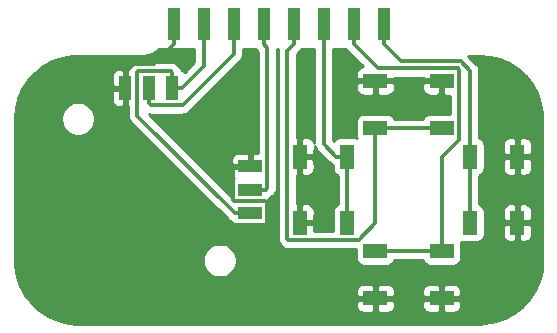
<source format=gtl>
G04 #@! TF.GenerationSoftware,KiCad,Pcbnew,(5.1.5-0-10_14)*
G04 #@! TF.CreationDate,2020-08-30T09:08:57+09:00*
G04 #@! TF.ProjectId,BreadboardController,42726561-6462-46f6-9172-64436f6e7472,2.0*
G04 #@! TF.SameCoordinates,Original*
G04 #@! TF.FileFunction,Copper,L1,Top*
G04 #@! TF.FilePolarity,Positive*
%FSLAX46Y46*%
G04 Gerber Fmt 4.6, Leading zero omitted, Abs format (unit mm)*
G04 Created by KiCad (PCBNEW (5.1.5-0-10_14)) date 2020-08-30 09:08:57*
%MOMM*%
%LPD*%
G04 APERTURE LIST*
%ADD10R,1.200000X2.000000*%
%ADD11R,2.000000X1.200000*%
%ADD12R,1.000000X2.799999*%
%ADD13R,2.000000X1.000000*%
%ADD14R,1.000000X2.000000*%
%ADD15C,0.609600*%
%ADD16C,0.304800*%
%ADD17C,0.254000*%
G04 APERTURE END LIST*
D10*
X160200000Y-92800000D03*
X156200000Y-92800000D03*
X160200000Y-87200000D03*
X156200000Y-87200000D03*
D11*
X148200000Y-99200000D03*
X148200000Y-95200000D03*
X153800000Y-99200000D03*
X153800000Y-95200000D03*
D10*
X141800000Y-87200000D03*
X145800000Y-87200000D03*
X141800000Y-92800000D03*
X145800000Y-92800000D03*
D11*
X153800000Y-80800000D03*
X153800000Y-84800000D03*
X148200000Y-80800000D03*
X148200000Y-84800000D03*
D12*
X146350000Y-76000000D03*
X143810000Y-76000000D03*
X141270000Y-76000000D03*
X138730000Y-76000000D03*
X136190000Y-76000000D03*
X133650000Y-76000000D03*
X131110000Y-76000000D03*
X148890000Y-76000000D03*
D13*
X137600000Y-88000000D03*
X137600000Y-90000000D03*
X137600000Y-92000000D03*
D14*
X127000000Y-81400000D03*
X129000000Y-81400000D03*
X131000000Y-81400000D03*
D15*
X129000000Y-90000000D03*
X143800000Y-90000000D03*
X151000000Y-82800000D03*
X158200000Y-90000000D03*
X151000000Y-97200000D03*
D16*
X141800000Y-88504800D02*
X141800000Y-92800000D01*
X141800000Y-87200000D02*
X141800000Y-88504800D01*
X152495200Y-80800000D02*
X148200000Y-80800000D01*
X153800000Y-80800000D02*
X152495200Y-80800000D01*
X148200000Y-99200000D02*
X153800000Y-99200000D01*
X160200000Y-87200000D02*
X160200000Y-92800000D01*
X129481609Y-79333190D02*
X127762010Y-79333190D01*
X127000000Y-80095200D02*
X127000000Y-81400000D01*
X127762010Y-79333190D02*
X127000000Y-80095200D01*
X131110000Y-77704799D02*
X129481609Y-79333190D01*
X131110000Y-76000000D02*
X131110000Y-77704799D01*
X127000000Y-88000000D02*
X129000000Y-90000000D01*
X127000000Y-81400000D02*
X127000000Y-88000000D01*
X142704800Y-87200000D02*
X141800000Y-87200000D01*
X143800000Y-88295200D02*
X142704800Y-87200000D01*
X143800000Y-90000000D02*
X143800000Y-88295200D01*
X153800000Y-81704800D02*
X153800000Y-80800000D01*
X152704800Y-82800000D02*
X153800000Y-81704800D01*
X151000000Y-82800000D02*
X152704800Y-82800000D01*
X158200000Y-91704800D02*
X159295200Y-92800000D01*
X159295200Y-92800000D02*
X160200000Y-92800000D01*
X158200000Y-90000000D02*
X158200000Y-91704800D01*
X148200000Y-98295200D02*
X148200000Y-99200000D01*
X149295200Y-97200000D02*
X148200000Y-98295200D01*
X151000000Y-97200000D02*
X149295200Y-97200000D01*
X136142799Y-88152401D02*
X136295200Y-88000000D01*
X136142799Y-90865761D02*
X136142799Y-88152401D01*
X136295200Y-88000000D02*
X137600000Y-88000000D01*
X138880163Y-90957201D02*
X136234239Y-90957201D01*
X136234239Y-90957201D02*
X136142799Y-90865761D01*
X139057201Y-92865761D02*
X139057201Y-91134239D01*
X138965761Y-92957201D02*
X139057201Y-92865761D01*
X131957201Y-92957201D02*
X138965761Y-92957201D01*
X139057201Y-91134239D02*
X138880163Y-90957201D01*
X129000000Y-90000000D02*
X131957201Y-92957201D01*
X156200000Y-88504800D02*
X156200000Y-92800000D01*
X156200000Y-87200000D02*
X156200000Y-88504800D01*
X156200000Y-85895200D02*
X156200000Y-87200000D01*
X156200000Y-79914920D02*
X156200000Y-85895200D01*
X150318390Y-79133189D02*
X155418270Y-79133190D01*
X155418270Y-79133190D02*
X156200000Y-79914920D01*
X148890000Y-77704799D02*
X150318390Y-79133189D01*
X148890000Y-76000000D02*
X148890000Y-77704799D01*
X129000000Y-82704800D02*
X129000000Y-81400000D01*
X129152401Y-82857201D02*
X129000000Y-82704800D01*
X136190000Y-78532962D02*
X131865761Y-82857201D01*
X131865761Y-82857201D02*
X129152401Y-82857201D01*
X136190000Y-76000000D02*
X136190000Y-78532962D01*
X138904800Y-90000000D02*
X137600000Y-90000000D01*
X139057201Y-78032000D02*
X139057201Y-89847599D01*
X138730000Y-77704799D02*
X139057201Y-78032000D01*
X139057201Y-89847599D02*
X138904800Y-90000000D01*
X138730000Y-76000000D02*
X138730000Y-77704799D01*
X152495200Y-84800000D02*
X148200000Y-84800000D01*
X153800000Y-84800000D02*
X152495200Y-84800000D01*
X148200000Y-85704800D02*
X148200000Y-84800000D01*
X148200000Y-92822962D02*
X148200000Y-85704800D01*
X146765761Y-94257201D02*
X148200000Y-92822962D01*
X140742799Y-78232000D02*
X140742799Y-94165761D01*
X140742799Y-94165761D02*
X140834239Y-94257201D01*
X141270000Y-77704799D02*
X140742799Y-78232000D01*
X140834239Y-94257201D02*
X146765761Y-94257201D01*
X141270000Y-76000000D02*
X141270000Y-77704799D01*
X145800000Y-88504800D02*
X145800000Y-92800000D01*
X145800000Y-87200000D02*
X145800000Y-88504800D01*
X144895200Y-87200000D02*
X145800000Y-87200000D01*
X143810000Y-86114800D02*
X144895200Y-87200000D01*
X143810000Y-76000000D02*
X143810000Y-86114800D01*
X148200000Y-95200000D02*
X153800000Y-95200000D01*
X153800000Y-94295200D02*
X153800000Y-95200000D01*
X155257201Y-85765761D02*
X153800000Y-87222962D01*
X155257201Y-79834239D02*
X155257201Y-85765761D01*
X155165761Y-79742799D02*
X155257201Y-79834239D01*
X148388000Y-79742799D02*
X155165761Y-79742799D01*
X146350000Y-77704799D02*
X148388000Y-79742799D01*
X153800000Y-87222962D02*
X153800000Y-94295200D01*
X146350000Y-76000000D02*
X146350000Y-77704799D01*
X131804800Y-81400000D02*
X131000000Y-81400000D01*
X133650000Y-79554800D02*
X131804800Y-81400000D01*
X133650000Y-76000000D02*
X133650000Y-79554800D01*
X131000000Y-80095200D02*
X131000000Y-81400000D01*
X130847599Y-79942799D02*
X131000000Y-80095200D01*
X128134239Y-79942799D02*
X130847599Y-79942799D01*
X128042799Y-80034239D02*
X128134239Y-79942799D01*
X128042799Y-83747599D02*
X128042799Y-80034239D01*
X136295200Y-92000000D02*
X128042799Y-83747599D01*
X137600000Y-92000000D02*
X136295200Y-92000000D01*
D17*
G36*
X132862601Y-79228648D02*
G01*
X132035834Y-80055416D01*
X132030537Y-80045506D01*
X131951185Y-79948815D01*
X131854494Y-79869463D01*
X131744180Y-79810498D01*
X131735685Y-79807921D01*
X131730982Y-79792417D01*
X131657866Y-79655628D01*
X131559469Y-79535731D01*
X131529428Y-79511077D01*
X131431726Y-79413375D01*
X131407068Y-79383330D01*
X131287171Y-79284933D01*
X131150382Y-79211817D01*
X131001956Y-79166793D01*
X130886272Y-79155399D01*
X130886262Y-79155399D01*
X130847599Y-79151591D01*
X130808936Y-79155399D01*
X128172904Y-79155399D01*
X128134239Y-79151591D01*
X128095574Y-79155399D01*
X128095566Y-79155399D01*
X127979882Y-79166793D01*
X127831456Y-79211817D01*
X127694667Y-79284933D01*
X127574770Y-79383330D01*
X127550114Y-79413373D01*
X127513370Y-79450118D01*
X127483331Y-79474770D01*
X127458678Y-79504810D01*
X127384934Y-79594667D01*
X127311817Y-79731457D01*
X127301712Y-79764771D01*
X127285750Y-79765000D01*
X127127000Y-79923750D01*
X127127000Y-81273000D01*
X127147000Y-81273000D01*
X127147000Y-81527000D01*
X127127000Y-81527000D01*
X127127000Y-82876250D01*
X127255399Y-83004649D01*
X127255399Y-83708936D01*
X127251591Y-83747599D01*
X127255399Y-83786262D01*
X127255399Y-83786271D01*
X127266793Y-83901955D01*
X127311817Y-84050381D01*
X127384933Y-84187170D01*
X127483330Y-84307068D01*
X127513377Y-84331727D01*
X135711081Y-92529433D01*
X135735731Y-92559469D01*
X135765767Y-92584119D01*
X135765769Y-92584121D01*
X135829255Y-92636222D01*
X135855628Y-92657866D01*
X135992417Y-92730982D01*
X136007921Y-92735685D01*
X136010498Y-92744180D01*
X136069463Y-92854494D01*
X136148815Y-92951185D01*
X136245506Y-93030537D01*
X136355820Y-93089502D01*
X136475518Y-93125812D01*
X136600000Y-93138072D01*
X138600000Y-93138072D01*
X138724482Y-93125812D01*
X138844180Y-93089502D01*
X138954494Y-93030537D01*
X139051185Y-92951185D01*
X139130537Y-92854494D01*
X139189502Y-92744180D01*
X139225812Y-92624482D01*
X139238072Y-92500000D01*
X139238072Y-91500000D01*
X139225812Y-91375518D01*
X139189502Y-91255820D01*
X139130537Y-91145506D01*
X139051185Y-91048815D01*
X138991704Y-91000000D01*
X139051185Y-90951185D01*
X139130537Y-90854494D01*
X139189502Y-90744180D01*
X139192079Y-90735685D01*
X139207583Y-90730982D01*
X139344372Y-90657866D01*
X139464269Y-90559469D01*
X139488927Y-90529424D01*
X139586627Y-90431723D01*
X139616670Y-90407068D01*
X139715067Y-90287171D01*
X139788183Y-90150382D01*
X139833207Y-90001956D01*
X139844601Y-89886272D01*
X139844601Y-89886264D01*
X139848409Y-89847599D01*
X139844601Y-89808934D01*
X139844601Y-78127000D01*
X139961932Y-78127000D01*
X139955399Y-78193328D01*
X139955399Y-78193337D01*
X139951591Y-78232000D01*
X139955399Y-78270663D01*
X139955400Y-94127088D01*
X139951591Y-94165761D01*
X139966794Y-94320118D01*
X140011817Y-94468543D01*
X140051153Y-94542134D01*
X140084934Y-94605333D01*
X140183331Y-94725230D01*
X140213370Y-94749882D01*
X140250114Y-94786627D01*
X140274770Y-94816670D01*
X140394667Y-94915067D01*
X140531456Y-94988183D01*
X140679882Y-95033207D01*
X140795566Y-95044601D01*
X140795574Y-95044601D01*
X140834239Y-95048409D01*
X140872904Y-95044601D01*
X146561928Y-95044601D01*
X146561928Y-95800000D01*
X146574188Y-95924482D01*
X146610498Y-96044180D01*
X146669463Y-96154494D01*
X146748815Y-96251185D01*
X146845506Y-96330537D01*
X146955820Y-96389502D01*
X147075518Y-96425812D01*
X147200000Y-96438072D01*
X149200000Y-96438072D01*
X149324482Y-96425812D01*
X149444180Y-96389502D01*
X149554494Y-96330537D01*
X149651185Y-96251185D01*
X149730537Y-96154494D01*
X149789502Y-96044180D01*
X149806726Y-95987400D01*
X152193274Y-95987400D01*
X152210498Y-96044180D01*
X152269463Y-96154494D01*
X152348815Y-96251185D01*
X152445506Y-96330537D01*
X152555820Y-96389502D01*
X152675518Y-96425812D01*
X152800000Y-96438072D01*
X154800000Y-96438072D01*
X154924482Y-96425812D01*
X155044180Y-96389502D01*
X155154494Y-96330537D01*
X155251185Y-96251185D01*
X155330537Y-96154494D01*
X155389502Y-96044180D01*
X155425812Y-95924482D01*
X155438072Y-95800000D01*
X155438072Y-94600000D01*
X155425812Y-94475518D01*
X155404168Y-94404168D01*
X155475518Y-94425812D01*
X155600000Y-94438072D01*
X156800000Y-94438072D01*
X156924482Y-94425812D01*
X157044180Y-94389502D01*
X157154494Y-94330537D01*
X157251185Y-94251185D01*
X157330537Y-94154494D01*
X157389502Y-94044180D01*
X157425812Y-93924482D01*
X157438072Y-93800000D01*
X158961928Y-93800000D01*
X158974188Y-93924482D01*
X159010498Y-94044180D01*
X159069463Y-94154494D01*
X159148815Y-94251185D01*
X159245506Y-94330537D01*
X159355820Y-94389502D01*
X159475518Y-94425812D01*
X159600000Y-94438072D01*
X159914250Y-94435000D01*
X160073000Y-94276250D01*
X160073000Y-92927000D01*
X160327000Y-92927000D01*
X160327000Y-94276250D01*
X160485750Y-94435000D01*
X160800000Y-94438072D01*
X160924482Y-94425812D01*
X161044180Y-94389502D01*
X161154494Y-94330537D01*
X161251185Y-94251185D01*
X161330537Y-94154494D01*
X161389502Y-94044180D01*
X161425812Y-93924482D01*
X161438072Y-93800000D01*
X161435000Y-93085750D01*
X161276250Y-92927000D01*
X160327000Y-92927000D01*
X160073000Y-92927000D01*
X159123750Y-92927000D01*
X158965000Y-93085750D01*
X158961928Y-93800000D01*
X157438072Y-93800000D01*
X157438072Y-91800000D01*
X158961928Y-91800000D01*
X158965000Y-92514250D01*
X159123750Y-92673000D01*
X160073000Y-92673000D01*
X160073000Y-91323750D01*
X160327000Y-91323750D01*
X160327000Y-92673000D01*
X161276250Y-92673000D01*
X161435000Y-92514250D01*
X161438072Y-91800000D01*
X161425812Y-91675518D01*
X161389502Y-91555820D01*
X161330537Y-91445506D01*
X161251185Y-91348815D01*
X161154494Y-91269463D01*
X161044180Y-91210498D01*
X160924482Y-91174188D01*
X160800000Y-91161928D01*
X160485750Y-91165000D01*
X160327000Y-91323750D01*
X160073000Y-91323750D01*
X159914250Y-91165000D01*
X159600000Y-91161928D01*
X159475518Y-91174188D01*
X159355820Y-91210498D01*
X159245506Y-91269463D01*
X159148815Y-91348815D01*
X159069463Y-91445506D01*
X159010498Y-91555820D01*
X158974188Y-91675518D01*
X158961928Y-91800000D01*
X157438072Y-91800000D01*
X157425812Y-91675518D01*
X157389502Y-91555820D01*
X157330537Y-91445506D01*
X157251185Y-91348815D01*
X157154494Y-91269463D01*
X157044180Y-91210498D01*
X156987400Y-91193274D01*
X156987400Y-88806726D01*
X157044180Y-88789502D01*
X157154494Y-88730537D01*
X157251185Y-88651185D01*
X157330537Y-88554494D01*
X157389502Y-88444180D01*
X157425812Y-88324482D01*
X157438072Y-88200000D01*
X158961928Y-88200000D01*
X158974188Y-88324482D01*
X159010498Y-88444180D01*
X159069463Y-88554494D01*
X159148815Y-88651185D01*
X159245506Y-88730537D01*
X159355820Y-88789502D01*
X159475518Y-88825812D01*
X159600000Y-88838072D01*
X159914250Y-88835000D01*
X160073000Y-88676250D01*
X160073000Y-87327000D01*
X160327000Y-87327000D01*
X160327000Y-88676250D01*
X160485750Y-88835000D01*
X160800000Y-88838072D01*
X160924482Y-88825812D01*
X161044180Y-88789502D01*
X161154494Y-88730537D01*
X161251185Y-88651185D01*
X161330537Y-88554494D01*
X161389502Y-88444180D01*
X161425812Y-88324482D01*
X161438072Y-88200000D01*
X161435000Y-87485750D01*
X161276250Y-87327000D01*
X160327000Y-87327000D01*
X160073000Y-87327000D01*
X159123750Y-87327000D01*
X158965000Y-87485750D01*
X158961928Y-88200000D01*
X157438072Y-88200000D01*
X157438072Y-86200000D01*
X158961928Y-86200000D01*
X158965000Y-86914250D01*
X159123750Y-87073000D01*
X160073000Y-87073000D01*
X160073000Y-85723750D01*
X160327000Y-85723750D01*
X160327000Y-87073000D01*
X161276250Y-87073000D01*
X161435000Y-86914250D01*
X161438072Y-86200000D01*
X161425812Y-86075518D01*
X161389502Y-85955820D01*
X161330537Y-85845506D01*
X161251185Y-85748815D01*
X161154494Y-85669463D01*
X161044180Y-85610498D01*
X160924482Y-85574188D01*
X160800000Y-85561928D01*
X160485750Y-85565000D01*
X160327000Y-85723750D01*
X160073000Y-85723750D01*
X159914250Y-85565000D01*
X159600000Y-85561928D01*
X159475518Y-85574188D01*
X159355820Y-85610498D01*
X159245506Y-85669463D01*
X159148815Y-85748815D01*
X159069463Y-85845506D01*
X159010498Y-85955820D01*
X158974188Y-86075518D01*
X158961928Y-86200000D01*
X157438072Y-86200000D01*
X157425812Y-86075518D01*
X157389502Y-85955820D01*
X157330537Y-85845506D01*
X157251185Y-85748815D01*
X157154494Y-85669463D01*
X157044180Y-85610498D01*
X156987400Y-85593274D01*
X156987400Y-79953582D01*
X156991208Y-79914919D01*
X156987400Y-79876256D01*
X156987400Y-79876247D01*
X156976006Y-79760563D01*
X156930982Y-79612137D01*
X156857866Y-79475348D01*
X156812323Y-79419854D01*
X156784121Y-79385489D01*
X156784119Y-79385487D01*
X156759469Y-79355451D01*
X156729434Y-79330802D01*
X156058630Y-78660000D01*
X156972911Y-78660000D01*
X157871797Y-78733902D01*
X158720182Y-78947001D01*
X159522371Y-79295803D01*
X160256818Y-79770938D01*
X160903798Y-80359646D01*
X161445946Y-81046125D01*
X161868692Y-81811928D01*
X162160684Y-82636491D01*
X162316116Y-83509076D01*
X162340000Y-84015547D01*
X162340001Y-95972899D01*
X162266098Y-96871802D01*
X162052999Y-97720180D01*
X161704197Y-98522371D01*
X161229062Y-99256818D01*
X160640354Y-99903799D01*
X159953875Y-100445946D01*
X159188076Y-100868691D01*
X158363514Y-101160683D01*
X157490925Y-101316116D01*
X156984453Y-101340000D01*
X123027089Y-101340000D01*
X122128198Y-101266098D01*
X121279820Y-101052999D01*
X120477629Y-100704197D01*
X119743182Y-100229062D01*
X119271650Y-99800000D01*
X146561928Y-99800000D01*
X146574188Y-99924482D01*
X146610498Y-100044180D01*
X146669463Y-100154494D01*
X146748815Y-100251185D01*
X146845506Y-100330537D01*
X146955820Y-100389502D01*
X147075518Y-100425812D01*
X147200000Y-100438072D01*
X147914250Y-100435000D01*
X148073000Y-100276250D01*
X148073000Y-99327000D01*
X148327000Y-99327000D01*
X148327000Y-100276250D01*
X148485750Y-100435000D01*
X149200000Y-100438072D01*
X149324482Y-100425812D01*
X149444180Y-100389502D01*
X149554494Y-100330537D01*
X149651185Y-100251185D01*
X149730537Y-100154494D01*
X149789502Y-100044180D01*
X149825812Y-99924482D01*
X149838072Y-99800000D01*
X152161928Y-99800000D01*
X152174188Y-99924482D01*
X152210498Y-100044180D01*
X152269463Y-100154494D01*
X152348815Y-100251185D01*
X152445506Y-100330537D01*
X152555820Y-100389502D01*
X152675518Y-100425812D01*
X152800000Y-100438072D01*
X153514250Y-100435000D01*
X153673000Y-100276250D01*
X153673000Y-99327000D01*
X153927000Y-99327000D01*
X153927000Y-100276250D01*
X154085750Y-100435000D01*
X154800000Y-100438072D01*
X154924482Y-100425812D01*
X155044180Y-100389502D01*
X155154494Y-100330537D01*
X155251185Y-100251185D01*
X155330537Y-100154494D01*
X155389502Y-100044180D01*
X155425812Y-99924482D01*
X155438072Y-99800000D01*
X155435000Y-99485750D01*
X155276250Y-99327000D01*
X153927000Y-99327000D01*
X153673000Y-99327000D01*
X152323750Y-99327000D01*
X152165000Y-99485750D01*
X152161928Y-99800000D01*
X149838072Y-99800000D01*
X149835000Y-99485750D01*
X149676250Y-99327000D01*
X148327000Y-99327000D01*
X148073000Y-99327000D01*
X146723750Y-99327000D01*
X146565000Y-99485750D01*
X146561928Y-99800000D01*
X119271650Y-99800000D01*
X119096201Y-99640354D01*
X118554054Y-98953875D01*
X118358704Y-98600000D01*
X146561928Y-98600000D01*
X146565000Y-98914250D01*
X146723750Y-99073000D01*
X148073000Y-99073000D01*
X148073000Y-98123750D01*
X148327000Y-98123750D01*
X148327000Y-99073000D01*
X149676250Y-99073000D01*
X149835000Y-98914250D01*
X149838072Y-98600000D01*
X152161928Y-98600000D01*
X152165000Y-98914250D01*
X152323750Y-99073000D01*
X153673000Y-99073000D01*
X153673000Y-98123750D01*
X153927000Y-98123750D01*
X153927000Y-99073000D01*
X155276250Y-99073000D01*
X155435000Y-98914250D01*
X155438072Y-98600000D01*
X155425812Y-98475518D01*
X155389502Y-98355820D01*
X155330537Y-98245506D01*
X155251185Y-98148815D01*
X155154494Y-98069463D01*
X155044180Y-98010498D01*
X154924482Y-97974188D01*
X154800000Y-97961928D01*
X154085750Y-97965000D01*
X153927000Y-98123750D01*
X153673000Y-98123750D01*
X153514250Y-97965000D01*
X152800000Y-97961928D01*
X152675518Y-97974188D01*
X152555820Y-98010498D01*
X152445506Y-98069463D01*
X152348815Y-98148815D01*
X152269463Y-98245506D01*
X152210498Y-98355820D01*
X152174188Y-98475518D01*
X152161928Y-98600000D01*
X149838072Y-98600000D01*
X149825812Y-98475518D01*
X149789502Y-98355820D01*
X149730537Y-98245506D01*
X149651185Y-98148815D01*
X149554494Y-98069463D01*
X149444180Y-98010498D01*
X149324482Y-97974188D01*
X149200000Y-97961928D01*
X148485750Y-97965000D01*
X148327000Y-98123750D01*
X148073000Y-98123750D01*
X147914250Y-97965000D01*
X147200000Y-97961928D01*
X147075518Y-97974188D01*
X146955820Y-98010498D01*
X146845506Y-98069463D01*
X146748815Y-98148815D01*
X146669463Y-98245506D01*
X146610498Y-98355820D01*
X146574188Y-98475518D01*
X146561928Y-98600000D01*
X118358704Y-98600000D01*
X118131309Y-98188076D01*
X117839317Y-97363514D01*
X117683884Y-96490925D01*
X117660000Y-95984453D01*
X117660000Y-95858665D01*
X133565000Y-95858665D01*
X133565000Y-96141335D01*
X133620147Y-96418574D01*
X133728320Y-96679727D01*
X133885363Y-96914759D01*
X134085241Y-97114637D01*
X134320273Y-97271680D01*
X134581426Y-97379853D01*
X134858665Y-97435000D01*
X135141335Y-97435000D01*
X135418574Y-97379853D01*
X135679727Y-97271680D01*
X135914759Y-97114637D01*
X136114637Y-96914759D01*
X136271680Y-96679727D01*
X136379853Y-96418574D01*
X136435000Y-96141335D01*
X136435000Y-95858665D01*
X136379853Y-95581426D01*
X136271680Y-95320273D01*
X136114637Y-95085241D01*
X135914759Y-94885363D01*
X135679727Y-94728320D01*
X135418574Y-94620147D01*
X135141335Y-94565000D01*
X134858665Y-94565000D01*
X134581426Y-94620147D01*
X134320273Y-94728320D01*
X134085241Y-94885363D01*
X133885363Y-95085241D01*
X133728320Y-95320273D01*
X133620147Y-95581426D01*
X133565000Y-95858665D01*
X117660000Y-95858665D01*
X117660000Y-84027089D01*
X117673846Y-83858665D01*
X121565000Y-83858665D01*
X121565000Y-84141335D01*
X121620147Y-84418574D01*
X121728320Y-84679727D01*
X121885363Y-84914759D01*
X122085241Y-85114637D01*
X122320273Y-85271680D01*
X122581426Y-85379853D01*
X122858665Y-85435000D01*
X123141335Y-85435000D01*
X123418574Y-85379853D01*
X123679727Y-85271680D01*
X123914759Y-85114637D01*
X124114637Y-84914759D01*
X124271680Y-84679727D01*
X124379853Y-84418574D01*
X124435000Y-84141335D01*
X124435000Y-83858665D01*
X124379853Y-83581426D01*
X124271680Y-83320273D01*
X124114637Y-83085241D01*
X123914759Y-82885363D01*
X123679727Y-82728320D01*
X123418574Y-82620147D01*
X123141335Y-82565000D01*
X122858665Y-82565000D01*
X122581426Y-82620147D01*
X122320273Y-82728320D01*
X122085241Y-82885363D01*
X121885363Y-83085241D01*
X121728320Y-83320273D01*
X121620147Y-83581426D01*
X121565000Y-83858665D01*
X117673846Y-83858665D01*
X117733902Y-83128203D01*
X117916813Y-82400000D01*
X125861928Y-82400000D01*
X125874188Y-82524482D01*
X125910498Y-82644180D01*
X125969463Y-82754494D01*
X126048815Y-82851185D01*
X126145506Y-82930537D01*
X126255820Y-82989502D01*
X126375518Y-83025812D01*
X126500000Y-83038072D01*
X126714250Y-83035000D01*
X126873000Y-82876250D01*
X126873000Y-81527000D01*
X126023750Y-81527000D01*
X125865000Y-81685750D01*
X125861928Y-82400000D01*
X117916813Y-82400000D01*
X117947001Y-82279818D01*
X118295803Y-81477629D01*
X118770938Y-80743182D01*
X119083210Y-80400000D01*
X125861928Y-80400000D01*
X125865000Y-81114250D01*
X126023750Y-81273000D01*
X126873000Y-81273000D01*
X126873000Y-79923750D01*
X126714250Y-79765000D01*
X126500000Y-79761928D01*
X126375518Y-79774188D01*
X126255820Y-79810498D01*
X126145506Y-79869463D01*
X126048815Y-79948815D01*
X125969463Y-80045506D01*
X125910498Y-80155820D01*
X125874188Y-80275518D01*
X125861928Y-80400000D01*
X119083210Y-80400000D01*
X119359646Y-80096202D01*
X120046125Y-79554054D01*
X120811928Y-79131308D01*
X121636491Y-78839316D01*
X122509076Y-78683884D01*
X123015547Y-78660000D01*
X128632419Y-78660000D01*
X128660674Y-78657217D01*
X128666801Y-78657260D01*
X128675972Y-78656360D01*
X128870069Y-78635959D01*
X128928658Y-78623932D01*
X128987423Y-78612723D01*
X128996245Y-78610059D01*
X129182683Y-78552347D01*
X129237838Y-78529162D01*
X129293291Y-78506758D01*
X129301427Y-78502432D01*
X129473104Y-78409607D01*
X129522699Y-78376154D01*
X129572753Y-78343400D01*
X129579894Y-78337576D01*
X129730272Y-78213172D01*
X129772411Y-78170737D01*
X129815161Y-78128874D01*
X129816711Y-78127000D01*
X132862601Y-78127000D01*
X132862601Y-79228648D01*
G37*
X132862601Y-79228648D02*
X132035834Y-80055416D01*
X132030537Y-80045506D01*
X131951185Y-79948815D01*
X131854494Y-79869463D01*
X131744180Y-79810498D01*
X131735685Y-79807921D01*
X131730982Y-79792417D01*
X131657866Y-79655628D01*
X131559469Y-79535731D01*
X131529428Y-79511077D01*
X131431726Y-79413375D01*
X131407068Y-79383330D01*
X131287171Y-79284933D01*
X131150382Y-79211817D01*
X131001956Y-79166793D01*
X130886272Y-79155399D01*
X130886262Y-79155399D01*
X130847599Y-79151591D01*
X130808936Y-79155399D01*
X128172904Y-79155399D01*
X128134239Y-79151591D01*
X128095574Y-79155399D01*
X128095566Y-79155399D01*
X127979882Y-79166793D01*
X127831456Y-79211817D01*
X127694667Y-79284933D01*
X127574770Y-79383330D01*
X127550114Y-79413373D01*
X127513370Y-79450118D01*
X127483331Y-79474770D01*
X127458678Y-79504810D01*
X127384934Y-79594667D01*
X127311817Y-79731457D01*
X127301712Y-79764771D01*
X127285750Y-79765000D01*
X127127000Y-79923750D01*
X127127000Y-81273000D01*
X127147000Y-81273000D01*
X127147000Y-81527000D01*
X127127000Y-81527000D01*
X127127000Y-82876250D01*
X127255399Y-83004649D01*
X127255399Y-83708936D01*
X127251591Y-83747599D01*
X127255399Y-83786262D01*
X127255399Y-83786271D01*
X127266793Y-83901955D01*
X127311817Y-84050381D01*
X127384933Y-84187170D01*
X127483330Y-84307068D01*
X127513377Y-84331727D01*
X135711081Y-92529433D01*
X135735731Y-92559469D01*
X135765767Y-92584119D01*
X135765769Y-92584121D01*
X135829255Y-92636222D01*
X135855628Y-92657866D01*
X135992417Y-92730982D01*
X136007921Y-92735685D01*
X136010498Y-92744180D01*
X136069463Y-92854494D01*
X136148815Y-92951185D01*
X136245506Y-93030537D01*
X136355820Y-93089502D01*
X136475518Y-93125812D01*
X136600000Y-93138072D01*
X138600000Y-93138072D01*
X138724482Y-93125812D01*
X138844180Y-93089502D01*
X138954494Y-93030537D01*
X139051185Y-92951185D01*
X139130537Y-92854494D01*
X139189502Y-92744180D01*
X139225812Y-92624482D01*
X139238072Y-92500000D01*
X139238072Y-91500000D01*
X139225812Y-91375518D01*
X139189502Y-91255820D01*
X139130537Y-91145506D01*
X139051185Y-91048815D01*
X138991704Y-91000000D01*
X139051185Y-90951185D01*
X139130537Y-90854494D01*
X139189502Y-90744180D01*
X139192079Y-90735685D01*
X139207583Y-90730982D01*
X139344372Y-90657866D01*
X139464269Y-90559469D01*
X139488927Y-90529424D01*
X139586627Y-90431723D01*
X139616670Y-90407068D01*
X139715067Y-90287171D01*
X139788183Y-90150382D01*
X139833207Y-90001956D01*
X139844601Y-89886272D01*
X139844601Y-89886264D01*
X139848409Y-89847599D01*
X139844601Y-89808934D01*
X139844601Y-78127000D01*
X139961932Y-78127000D01*
X139955399Y-78193328D01*
X139955399Y-78193337D01*
X139951591Y-78232000D01*
X139955399Y-78270663D01*
X139955400Y-94127088D01*
X139951591Y-94165761D01*
X139966794Y-94320118D01*
X140011817Y-94468543D01*
X140051153Y-94542134D01*
X140084934Y-94605333D01*
X140183331Y-94725230D01*
X140213370Y-94749882D01*
X140250114Y-94786627D01*
X140274770Y-94816670D01*
X140394667Y-94915067D01*
X140531456Y-94988183D01*
X140679882Y-95033207D01*
X140795566Y-95044601D01*
X140795574Y-95044601D01*
X140834239Y-95048409D01*
X140872904Y-95044601D01*
X146561928Y-95044601D01*
X146561928Y-95800000D01*
X146574188Y-95924482D01*
X146610498Y-96044180D01*
X146669463Y-96154494D01*
X146748815Y-96251185D01*
X146845506Y-96330537D01*
X146955820Y-96389502D01*
X147075518Y-96425812D01*
X147200000Y-96438072D01*
X149200000Y-96438072D01*
X149324482Y-96425812D01*
X149444180Y-96389502D01*
X149554494Y-96330537D01*
X149651185Y-96251185D01*
X149730537Y-96154494D01*
X149789502Y-96044180D01*
X149806726Y-95987400D01*
X152193274Y-95987400D01*
X152210498Y-96044180D01*
X152269463Y-96154494D01*
X152348815Y-96251185D01*
X152445506Y-96330537D01*
X152555820Y-96389502D01*
X152675518Y-96425812D01*
X152800000Y-96438072D01*
X154800000Y-96438072D01*
X154924482Y-96425812D01*
X155044180Y-96389502D01*
X155154494Y-96330537D01*
X155251185Y-96251185D01*
X155330537Y-96154494D01*
X155389502Y-96044180D01*
X155425812Y-95924482D01*
X155438072Y-95800000D01*
X155438072Y-94600000D01*
X155425812Y-94475518D01*
X155404168Y-94404168D01*
X155475518Y-94425812D01*
X155600000Y-94438072D01*
X156800000Y-94438072D01*
X156924482Y-94425812D01*
X157044180Y-94389502D01*
X157154494Y-94330537D01*
X157251185Y-94251185D01*
X157330537Y-94154494D01*
X157389502Y-94044180D01*
X157425812Y-93924482D01*
X157438072Y-93800000D01*
X158961928Y-93800000D01*
X158974188Y-93924482D01*
X159010498Y-94044180D01*
X159069463Y-94154494D01*
X159148815Y-94251185D01*
X159245506Y-94330537D01*
X159355820Y-94389502D01*
X159475518Y-94425812D01*
X159600000Y-94438072D01*
X159914250Y-94435000D01*
X160073000Y-94276250D01*
X160073000Y-92927000D01*
X160327000Y-92927000D01*
X160327000Y-94276250D01*
X160485750Y-94435000D01*
X160800000Y-94438072D01*
X160924482Y-94425812D01*
X161044180Y-94389502D01*
X161154494Y-94330537D01*
X161251185Y-94251185D01*
X161330537Y-94154494D01*
X161389502Y-94044180D01*
X161425812Y-93924482D01*
X161438072Y-93800000D01*
X161435000Y-93085750D01*
X161276250Y-92927000D01*
X160327000Y-92927000D01*
X160073000Y-92927000D01*
X159123750Y-92927000D01*
X158965000Y-93085750D01*
X158961928Y-93800000D01*
X157438072Y-93800000D01*
X157438072Y-91800000D01*
X158961928Y-91800000D01*
X158965000Y-92514250D01*
X159123750Y-92673000D01*
X160073000Y-92673000D01*
X160073000Y-91323750D01*
X160327000Y-91323750D01*
X160327000Y-92673000D01*
X161276250Y-92673000D01*
X161435000Y-92514250D01*
X161438072Y-91800000D01*
X161425812Y-91675518D01*
X161389502Y-91555820D01*
X161330537Y-91445506D01*
X161251185Y-91348815D01*
X161154494Y-91269463D01*
X161044180Y-91210498D01*
X160924482Y-91174188D01*
X160800000Y-91161928D01*
X160485750Y-91165000D01*
X160327000Y-91323750D01*
X160073000Y-91323750D01*
X159914250Y-91165000D01*
X159600000Y-91161928D01*
X159475518Y-91174188D01*
X159355820Y-91210498D01*
X159245506Y-91269463D01*
X159148815Y-91348815D01*
X159069463Y-91445506D01*
X159010498Y-91555820D01*
X158974188Y-91675518D01*
X158961928Y-91800000D01*
X157438072Y-91800000D01*
X157425812Y-91675518D01*
X157389502Y-91555820D01*
X157330537Y-91445506D01*
X157251185Y-91348815D01*
X157154494Y-91269463D01*
X157044180Y-91210498D01*
X156987400Y-91193274D01*
X156987400Y-88806726D01*
X157044180Y-88789502D01*
X157154494Y-88730537D01*
X157251185Y-88651185D01*
X157330537Y-88554494D01*
X157389502Y-88444180D01*
X157425812Y-88324482D01*
X157438072Y-88200000D01*
X158961928Y-88200000D01*
X158974188Y-88324482D01*
X159010498Y-88444180D01*
X159069463Y-88554494D01*
X159148815Y-88651185D01*
X159245506Y-88730537D01*
X159355820Y-88789502D01*
X159475518Y-88825812D01*
X159600000Y-88838072D01*
X159914250Y-88835000D01*
X160073000Y-88676250D01*
X160073000Y-87327000D01*
X160327000Y-87327000D01*
X160327000Y-88676250D01*
X160485750Y-88835000D01*
X160800000Y-88838072D01*
X160924482Y-88825812D01*
X161044180Y-88789502D01*
X161154494Y-88730537D01*
X161251185Y-88651185D01*
X161330537Y-88554494D01*
X161389502Y-88444180D01*
X161425812Y-88324482D01*
X161438072Y-88200000D01*
X161435000Y-87485750D01*
X161276250Y-87327000D01*
X160327000Y-87327000D01*
X160073000Y-87327000D01*
X159123750Y-87327000D01*
X158965000Y-87485750D01*
X158961928Y-88200000D01*
X157438072Y-88200000D01*
X157438072Y-86200000D01*
X158961928Y-86200000D01*
X158965000Y-86914250D01*
X159123750Y-87073000D01*
X160073000Y-87073000D01*
X160073000Y-85723750D01*
X160327000Y-85723750D01*
X160327000Y-87073000D01*
X161276250Y-87073000D01*
X161435000Y-86914250D01*
X161438072Y-86200000D01*
X161425812Y-86075518D01*
X161389502Y-85955820D01*
X161330537Y-85845506D01*
X161251185Y-85748815D01*
X161154494Y-85669463D01*
X161044180Y-85610498D01*
X160924482Y-85574188D01*
X160800000Y-85561928D01*
X160485750Y-85565000D01*
X160327000Y-85723750D01*
X160073000Y-85723750D01*
X159914250Y-85565000D01*
X159600000Y-85561928D01*
X159475518Y-85574188D01*
X159355820Y-85610498D01*
X159245506Y-85669463D01*
X159148815Y-85748815D01*
X159069463Y-85845506D01*
X159010498Y-85955820D01*
X158974188Y-86075518D01*
X158961928Y-86200000D01*
X157438072Y-86200000D01*
X157425812Y-86075518D01*
X157389502Y-85955820D01*
X157330537Y-85845506D01*
X157251185Y-85748815D01*
X157154494Y-85669463D01*
X157044180Y-85610498D01*
X156987400Y-85593274D01*
X156987400Y-79953582D01*
X156991208Y-79914919D01*
X156987400Y-79876256D01*
X156987400Y-79876247D01*
X156976006Y-79760563D01*
X156930982Y-79612137D01*
X156857866Y-79475348D01*
X156812323Y-79419854D01*
X156784121Y-79385489D01*
X156784119Y-79385487D01*
X156759469Y-79355451D01*
X156729434Y-79330802D01*
X156058630Y-78660000D01*
X156972911Y-78660000D01*
X157871797Y-78733902D01*
X158720182Y-78947001D01*
X159522371Y-79295803D01*
X160256818Y-79770938D01*
X160903798Y-80359646D01*
X161445946Y-81046125D01*
X161868692Y-81811928D01*
X162160684Y-82636491D01*
X162316116Y-83509076D01*
X162340000Y-84015547D01*
X162340001Y-95972899D01*
X162266098Y-96871802D01*
X162052999Y-97720180D01*
X161704197Y-98522371D01*
X161229062Y-99256818D01*
X160640354Y-99903799D01*
X159953875Y-100445946D01*
X159188076Y-100868691D01*
X158363514Y-101160683D01*
X157490925Y-101316116D01*
X156984453Y-101340000D01*
X123027089Y-101340000D01*
X122128198Y-101266098D01*
X121279820Y-101052999D01*
X120477629Y-100704197D01*
X119743182Y-100229062D01*
X119271650Y-99800000D01*
X146561928Y-99800000D01*
X146574188Y-99924482D01*
X146610498Y-100044180D01*
X146669463Y-100154494D01*
X146748815Y-100251185D01*
X146845506Y-100330537D01*
X146955820Y-100389502D01*
X147075518Y-100425812D01*
X147200000Y-100438072D01*
X147914250Y-100435000D01*
X148073000Y-100276250D01*
X148073000Y-99327000D01*
X148327000Y-99327000D01*
X148327000Y-100276250D01*
X148485750Y-100435000D01*
X149200000Y-100438072D01*
X149324482Y-100425812D01*
X149444180Y-100389502D01*
X149554494Y-100330537D01*
X149651185Y-100251185D01*
X149730537Y-100154494D01*
X149789502Y-100044180D01*
X149825812Y-99924482D01*
X149838072Y-99800000D01*
X152161928Y-99800000D01*
X152174188Y-99924482D01*
X152210498Y-100044180D01*
X152269463Y-100154494D01*
X152348815Y-100251185D01*
X152445506Y-100330537D01*
X152555820Y-100389502D01*
X152675518Y-100425812D01*
X152800000Y-100438072D01*
X153514250Y-100435000D01*
X153673000Y-100276250D01*
X153673000Y-99327000D01*
X153927000Y-99327000D01*
X153927000Y-100276250D01*
X154085750Y-100435000D01*
X154800000Y-100438072D01*
X154924482Y-100425812D01*
X155044180Y-100389502D01*
X155154494Y-100330537D01*
X155251185Y-100251185D01*
X155330537Y-100154494D01*
X155389502Y-100044180D01*
X155425812Y-99924482D01*
X155438072Y-99800000D01*
X155435000Y-99485750D01*
X155276250Y-99327000D01*
X153927000Y-99327000D01*
X153673000Y-99327000D01*
X152323750Y-99327000D01*
X152165000Y-99485750D01*
X152161928Y-99800000D01*
X149838072Y-99800000D01*
X149835000Y-99485750D01*
X149676250Y-99327000D01*
X148327000Y-99327000D01*
X148073000Y-99327000D01*
X146723750Y-99327000D01*
X146565000Y-99485750D01*
X146561928Y-99800000D01*
X119271650Y-99800000D01*
X119096201Y-99640354D01*
X118554054Y-98953875D01*
X118358704Y-98600000D01*
X146561928Y-98600000D01*
X146565000Y-98914250D01*
X146723750Y-99073000D01*
X148073000Y-99073000D01*
X148073000Y-98123750D01*
X148327000Y-98123750D01*
X148327000Y-99073000D01*
X149676250Y-99073000D01*
X149835000Y-98914250D01*
X149838072Y-98600000D01*
X152161928Y-98600000D01*
X152165000Y-98914250D01*
X152323750Y-99073000D01*
X153673000Y-99073000D01*
X153673000Y-98123750D01*
X153927000Y-98123750D01*
X153927000Y-99073000D01*
X155276250Y-99073000D01*
X155435000Y-98914250D01*
X155438072Y-98600000D01*
X155425812Y-98475518D01*
X155389502Y-98355820D01*
X155330537Y-98245506D01*
X155251185Y-98148815D01*
X155154494Y-98069463D01*
X155044180Y-98010498D01*
X154924482Y-97974188D01*
X154800000Y-97961928D01*
X154085750Y-97965000D01*
X153927000Y-98123750D01*
X153673000Y-98123750D01*
X153514250Y-97965000D01*
X152800000Y-97961928D01*
X152675518Y-97974188D01*
X152555820Y-98010498D01*
X152445506Y-98069463D01*
X152348815Y-98148815D01*
X152269463Y-98245506D01*
X152210498Y-98355820D01*
X152174188Y-98475518D01*
X152161928Y-98600000D01*
X149838072Y-98600000D01*
X149825812Y-98475518D01*
X149789502Y-98355820D01*
X149730537Y-98245506D01*
X149651185Y-98148815D01*
X149554494Y-98069463D01*
X149444180Y-98010498D01*
X149324482Y-97974188D01*
X149200000Y-97961928D01*
X148485750Y-97965000D01*
X148327000Y-98123750D01*
X148073000Y-98123750D01*
X147914250Y-97965000D01*
X147200000Y-97961928D01*
X147075518Y-97974188D01*
X146955820Y-98010498D01*
X146845506Y-98069463D01*
X146748815Y-98148815D01*
X146669463Y-98245506D01*
X146610498Y-98355820D01*
X146574188Y-98475518D01*
X146561928Y-98600000D01*
X118358704Y-98600000D01*
X118131309Y-98188076D01*
X117839317Y-97363514D01*
X117683884Y-96490925D01*
X117660000Y-95984453D01*
X117660000Y-95858665D01*
X133565000Y-95858665D01*
X133565000Y-96141335D01*
X133620147Y-96418574D01*
X133728320Y-96679727D01*
X133885363Y-96914759D01*
X134085241Y-97114637D01*
X134320273Y-97271680D01*
X134581426Y-97379853D01*
X134858665Y-97435000D01*
X135141335Y-97435000D01*
X135418574Y-97379853D01*
X135679727Y-97271680D01*
X135914759Y-97114637D01*
X136114637Y-96914759D01*
X136271680Y-96679727D01*
X136379853Y-96418574D01*
X136435000Y-96141335D01*
X136435000Y-95858665D01*
X136379853Y-95581426D01*
X136271680Y-95320273D01*
X136114637Y-95085241D01*
X135914759Y-94885363D01*
X135679727Y-94728320D01*
X135418574Y-94620147D01*
X135141335Y-94565000D01*
X134858665Y-94565000D01*
X134581426Y-94620147D01*
X134320273Y-94728320D01*
X134085241Y-94885363D01*
X133885363Y-95085241D01*
X133728320Y-95320273D01*
X133620147Y-95581426D01*
X133565000Y-95858665D01*
X117660000Y-95858665D01*
X117660000Y-84027089D01*
X117673846Y-83858665D01*
X121565000Y-83858665D01*
X121565000Y-84141335D01*
X121620147Y-84418574D01*
X121728320Y-84679727D01*
X121885363Y-84914759D01*
X122085241Y-85114637D01*
X122320273Y-85271680D01*
X122581426Y-85379853D01*
X122858665Y-85435000D01*
X123141335Y-85435000D01*
X123418574Y-85379853D01*
X123679727Y-85271680D01*
X123914759Y-85114637D01*
X124114637Y-84914759D01*
X124271680Y-84679727D01*
X124379853Y-84418574D01*
X124435000Y-84141335D01*
X124435000Y-83858665D01*
X124379853Y-83581426D01*
X124271680Y-83320273D01*
X124114637Y-83085241D01*
X123914759Y-82885363D01*
X123679727Y-82728320D01*
X123418574Y-82620147D01*
X123141335Y-82565000D01*
X122858665Y-82565000D01*
X122581426Y-82620147D01*
X122320273Y-82728320D01*
X122085241Y-82885363D01*
X121885363Y-83085241D01*
X121728320Y-83320273D01*
X121620147Y-83581426D01*
X121565000Y-83858665D01*
X117673846Y-83858665D01*
X117733902Y-83128203D01*
X117916813Y-82400000D01*
X125861928Y-82400000D01*
X125874188Y-82524482D01*
X125910498Y-82644180D01*
X125969463Y-82754494D01*
X126048815Y-82851185D01*
X126145506Y-82930537D01*
X126255820Y-82989502D01*
X126375518Y-83025812D01*
X126500000Y-83038072D01*
X126714250Y-83035000D01*
X126873000Y-82876250D01*
X126873000Y-81527000D01*
X126023750Y-81527000D01*
X125865000Y-81685750D01*
X125861928Y-82400000D01*
X117916813Y-82400000D01*
X117947001Y-82279818D01*
X118295803Y-81477629D01*
X118770938Y-80743182D01*
X119083210Y-80400000D01*
X125861928Y-80400000D01*
X125865000Y-81114250D01*
X126023750Y-81273000D01*
X126873000Y-81273000D01*
X126873000Y-79923750D01*
X126714250Y-79765000D01*
X126500000Y-79761928D01*
X126375518Y-79774188D01*
X126255820Y-79810498D01*
X126145506Y-79869463D01*
X126048815Y-79948815D01*
X125969463Y-80045506D01*
X125910498Y-80155820D01*
X125874188Y-80275518D01*
X125861928Y-80400000D01*
X119083210Y-80400000D01*
X119359646Y-80096202D01*
X120046125Y-79554054D01*
X120811928Y-79131308D01*
X121636491Y-78839316D01*
X122509076Y-78683884D01*
X123015547Y-78660000D01*
X128632419Y-78660000D01*
X128660674Y-78657217D01*
X128666801Y-78657260D01*
X128675972Y-78656360D01*
X128870069Y-78635959D01*
X128928658Y-78623932D01*
X128987423Y-78612723D01*
X128996245Y-78610059D01*
X129182683Y-78552347D01*
X129237838Y-78529162D01*
X129293291Y-78506758D01*
X129301427Y-78502432D01*
X129473104Y-78409607D01*
X129522699Y-78376154D01*
X129572753Y-78343400D01*
X129579894Y-78337576D01*
X129730272Y-78213172D01*
X129772411Y-78170737D01*
X129815161Y-78128874D01*
X129816711Y-78127000D01*
X132862601Y-78127000D01*
X132862601Y-79228648D01*
G36*
X143022601Y-86064933D02*
G01*
X142989502Y-85955820D01*
X142930537Y-85845506D01*
X142851185Y-85748815D01*
X142754494Y-85669463D01*
X142644180Y-85610498D01*
X142524482Y-85574188D01*
X142400000Y-85561928D01*
X142085750Y-85565000D01*
X141927000Y-85723750D01*
X141927000Y-87073000D01*
X142876250Y-87073000D01*
X143035000Y-86914250D01*
X143037722Y-86281443D01*
X143079018Y-86417582D01*
X143118785Y-86491980D01*
X143152135Y-86554372D01*
X143250532Y-86674269D01*
X143280573Y-86698923D01*
X144311081Y-87729433D01*
X144335731Y-87759469D01*
X144365767Y-87784119D01*
X144365770Y-87784122D01*
X144442307Y-87846934D01*
X144455628Y-87857866D01*
X144561928Y-87914685D01*
X144561928Y-88200000D01*
X144574188Y-88324482D01*
X144610498Y-88444180D01*
X144669463Y-88554494D01*
X144748815Y-88651185D01*
X144845506Y-88730537D01*
X144955820Y-88789502D01*
X145012600Y-88806726D01*
X145012601Y-91193274D01*
X144955820Y-91210498D01*
X144845506Y-91269463D01*
X144748815Y-91348815D01*
X144669463Y-91445506D01*
X144610498Y-91555820D01*
X144574188Y-91675518D01*
X144561928Y-91800000D01*
X144561928Y-93469801D01*
X143036652Y-93469801D01*
X143035000Y-93085750D01*
X142876250Y-92927000D01*
X141927000Y-92927000D01*
X141927000Y-92947000D01*
X141673000Y-92947000D01*
X141673000Y-92927000D01*
X141653000Y-92927000D01*
X141653000Y-92673000D01*
X141673000Y-92673000D01*
X141673000Y-91323750D01*
X141927000Y-91323750D01*
X141927000Y-92673000D01*
X142876250Y-92673000D01*
X143035000Y-92514250D01*
X143038072Y-91800000D01*
X143025812Y-91675518D01*
X142989502Y-91555820D01*
X142930537Y-91445506D01*
X142851185Y-91348815D01*
X142754494Y-91269463D01*
X142644180Y-91210498D01*
X142524482Y-91174188D01*
X142400000Y-91161928D01*
X142085750Y-91165000D01*
X141927000Y-91323750D01*
X141673000Y-91323750D01*
X141530199Y-91180949D01*
X141530199Y-88819051D01*
X141673000Y-88676250D01*
X141673000Y-87327000D01*
X141927000Y-87327000D01*
X141927000Y-88676250D01*
X142085750Y-88835000D01*
X142400000Y-88838072D01*
X142524482Y-88825812D01*
X142644180Y-88789502D01*
X142754494Y-88730537D01*
X142851185Y-88651185D01*
X142930537Y-88554494D01*
X142989502Y-88444180D01*
X143025812Y-88324482D01*
X143038072Y-88200000D01*
X143035000Y-87485750D01*
X142876250Y-87327000D01*
X141927000Y-87327000D01*
X141673000Y-87327000D01*
X141653000Y-87327000D01*
X141653000Y-87073000D01*
X141673000Y-87073000D01*
X141673000Y-85723750D01*
X141530199Y-85580949D01*
X141530199Y-78558150D01*
X141799422Y-78288927D01*
X141829469Y-78264268D01*
X141907831Y-78168784D01*
X141927866Y-78144372D01*
X141937152Y-78127000D01*
X143022600Y-78127000D01*
X143022601Y-86064933D01*
G37*
X143022601Y-86064933D02*
X142989502Y-85955820D01*
X142930537Y-85845506D01*
X142851185Y-85748815D01*
X142754494Y-85669463D01*
X142644180Y-85610498D01*
X142524482Y-85574188D01*
X142400000Y-85561928D01*
X142085750Y-85565000D01*
X141927000Y-85723750D01*
X141927000Y-87073000D01*
X142876250Y-87073000D01*
X143035000Y-86914250D01*
X143037722Y-86281443D01*
X143079018Y-86417582D01*
X143118785Y-86491980D01*
X143152135Y-86554372D01*
X143250532Y-86674269D01*
X143280573Y-86698923D01*
X144311081Y-87729433D01*
X144335731Y-87759469D01*
X144365767Y-87784119D01*
X144365770Y-87784122D01*
X144442307Y-87846934D01*
X144455628Y-87857866D01*
X144561928Y-87914685D01*
X144561928Y-88200000D01*
X144574188Y-88324482D01*
X144610498Y-88444180D01*
X144669463Y-88554494D01*
X144748815Y-88651185D01*
X144845506Y-88730537D01*
X144955820Y-88789502D01*
X145012600Y-88806726D01*
X145012601Y-91193274D01*
X144955820Y-91210498D01*
X144845506Y-91269463D01*
X144748815Y-91348815D01*
X144669463Y-91445506D01*
X144610498Y-91555820D01*
X144574188Y-91675518D01*
X144561928Y-91800000D01*
X144561928Y-93469801D01*
X143036652Y-93469801D01*
X143035000Y-93085750D01*
X142876250Y-92927000D01*
X141927000Y-92927000D01*
X141927000Y-92947000D01*
X141673000Y-92947000D01*
X141673000Y-92927000D01*
X141653000Y-92927000D01*
X141653000Y-92673000D01*
X141673000Y-92673000D01*
X141673000Y-91323750D01*
X141927000Y-91323750D01*
X141927000Y-92673000D01*
X142876250Y-92673000D01*
X143035000Y-92514250D01*
X143038072Y-91800000D01*
X143025812Y-91675518D01*
X142989502Y-91555820D01*
X142930537Y-91445506D01*
X142851185Y-91348815D01*
X142754494Y-91269463D01*
X142644180Y-91210498D01*
X142524482Y-91174188D01*
X142400000Y-91161928D01*
X142085750Y-91165000D01*
X141927000Y-91323750D01*
X141673000Y-91323750D01*
X141530199Y-91180949D01*
X141530199Y-88819051D01*
X141673000Y-88676250D01*
X141673000Y-87327000D01*
X141927000Y-87327000D01*
X141927000Y-88676250D01*
X142085750Y-88835000D01*
X142400000Y-88838072D01*
X142524482Y-88825812D01*
X142644180Y-88789502D01*
X142754494Y-88730537D01*
X142851185Y-88651185D01*
X142930537Y-88554494D01*
X142989502Y-88444180D01*
X143025812Y-88324482D01*
X143038072Y-88200000D01*
X143035000Y-87485750D01*
X142876250Y-87327000D01*
X141927000Y-87327000D01*
X141673000Y-87327000D01*
X141653000Y-87327000D01*
X141653000Y-87073000D01*
X141673000Y-87073000D01*
X141673000Y-85723750D01*
X141530199Y-85580949D01*
X141530199Y-78558150D01*
X141799422Y-78288927D01*
X141829469Y-78264268D01*
X141907831Y-78168784D01*
X141927866Y-78144372D01*
X141937152Y-78127000D01*
X143022600Y-78127000D01*
X143022601Y-86064933D01*
G36*
X138072135Y-78144371D02*
G01*
X138170532Y-78264268D01*
X138200572Y-78288922D01*
X138269801Y-78358150D01*
X138269802Y-86863348D01*
X137885750Y-86865000D01*
X137727000Y-87023750D01*
X137727000Y-87873000D01*
X137747000Y-87873000D01*
X137747000Y-88127000D01*
X137727000Y-88127000D01*
X137727000Y-88147000D01*
X137473000Y-88147000D01*
X137473000Y-88127000D01*
X136123750Y-88127000D01*
X135965000Y-88285750D01*
X135961928Y-88500000D01*
X135974188Y-88624482D01*
X136010498Y-88744180D01*
X136069463Y-88854494D01*
X136148815Y-88951185D01*
X136208296Y-89000000D01*
X136148815Y-89048815D01*
X136069463Y-89145506D01*
X136010498Y-89255820D01*
X135974188Y-89375518D01*
X135961928Y-89500000D01*
X135961928Y-90500000D01*
X135967737Y-90558986D01*
X132908751Y-87500000D01*
X135961928Y-87500000D01*
X135965000Y-87714250D01*
X136123750Y-87873000D01*
X137473000Y-87873000D01*
X137473000Y-87023750D01*
X137314250Y-86865000D01*
X136600000Y-86861928D01*
X136475518Y-86874188D01*
X136355820Y-86910498D01*
X136245506Y-86969463D01*
X136148815Y-87048815D01*
X136069463Y-87145506D01*
X136010498Y-87255820D01*
X135974188Y-87375518D01*
X135961928Y-87500000D01*
X132908751Y-87500000D01*
X129046755Y-83638005D01*
X129113728Y-83644601D01*
X129113736Y-83644601D01*
X129152401Y-83648409D01*
X129191066Y-83644601D01*
X131827098Y-83644601D01*
X131865761Y-83648409D01*
X131904424Y-83644601D01*
X131904434Y-83644601D01*
X132020118Y-83633207D01*
X132168544Y-83588183D01*
X132305333Y-83515067D01*
X132425230Y-83416670D01*
X132449889Y-83386623D01*
X136719433Y-79117081D01*
X136749469Y-79092431D01*
X136778914Y-79056553D01*
X136842696Y-78978834D01*
X136847866Y-78972534D01*
X136920982Y-78835745D01*
X136966006Y-78687319D01*
X136977400Y-78571635D01*
X136977400Y-78571626D01*
X136981208Y-78532963D01*
X136977400Y-78494300D01*
X136977400Y-78127000D01*
X138062850Y-78127000D01*
X138072135Y-78144371D01*
G37*
X138072135Y-78144371D02*
X138170532Y-78264268D01*
X138200572Y-78288922D01*
X138269801Y-78358150D01*
X138269802Y-86863348D01*
X137885750Y-86865000D01*
X137727000Y-87023750D01*
X137727000Y-87873000D01*
X137747000Y-87873000D01*
X137747000Y-88127000D01*
X137727000Y-88127000D01*
X137727000Y-88147000D01*
X137473000Y-88147000D01*
X137473000Y-88127000D01*
X136123750Y-88127000D01*
X135965000Y-88285750D01*
X135961928Y-88500000D01*
X135974188Y-88624482D01*
X136010498Y-88744180D01*
X136069463Y-88854494D01*
X136148815Y-88951185D01*
X136208296Y-89000000D01*
X136148815Y-89048815D01*
X136069463Y-89145506D01*
X136010498Y-89255820D01*
X135974188Y-89375518D01*
X135961928Y-89500000D01*
X135961928Y-90500000D01*
X135967737Y-90558986D01*
X132908751Y-87500000D01*
X135961928Y-87500000D01*
X135965000Y-87714250D01*
X136123750Y-87873000D01*
X137473000Y-87873000D01*
X137473000Y-87023750D01*
X137314250Y-86865000D01*
X136600000Y-86861928D01*
X136475518Y-86874188D01*
X136355820Y-86910498D01*
X136245506Y-86969463D01*
X136148815Y-87048815D01*
X136069463Y-87145506D01*
X136010498Y-87255820D01*
X135974188Y-87375518D01*
X135961928Y-87500000D01*
X132908751Y-87500000D01*
X129046755Y-83638005D01*
X129113728Y-83644601D01*
X129113736Y-83644601D01*
X129152401Y-83648409D01*
X129191066Y-83644601D01*
X131827098Y-83644601D01*
X131865761Y-83648409D01*
X131904424Y-83644601D01*
X131904434Y-83644601D01*
X132020118Y-83633207D01*
X132168544Y-83588183D01*
X132305333Y-83515067D01*
X132425230Y-83416670D01*
X132449889Y-83386623D01*
X136719433Y-79117081D01*
X136749469Y-79092431D01*
X136778914Y-79056553D01*
X136842696Y-78978834D01*
X136847866Y-78972534D01*
X136920982Y-78835745D01*
X136966006Y-78687319D01*
X136977400Y-78571635D01*
X136977400Y-78571626D01*
X136981208Y-78532963D01*
X136977400Y-78494300D01*
X136977400Y-78127000D01*
X138062850Y-78127000D01*
X138072135Y-78144371D01*
G36*
X145692135Y-78144371D02*
G01*
X145790532Y-78264268D01*
X145820573Y-78288922D01*
X147103119Y-79571470D01*
X147075518Y-79574188D01*
X146955820Y-79610498D01*
X146845506Y-79669463D01*
X146748815Y-79748815D01*
X146669463Y-79845506D01*
X146610498Y-79955820D01*
X146574188Y-80075518D01*
X146561928Y-80200000D01*
X146565000Y-80514250D01*
X146723750Y-80673000D01*
X148073000Y-80673000D01*
X148073000Y-80653000D01*
X148327000Y-80653000D01*
X148327000Y-80673000D01*
X149676250Y-80673000D01*
X149819051Y-80530199D01*
X152180949Y-80530199D01*
X152323750Y-80673000D01*
X153673000Y-80673000D01*
X153673000Y-80653000D01*
X153927000Y-80653000D01*
X153927000Y-80673000D01*
X153947000Y-80673000D01*
X153947000Y-80927000D01*
X153927000Y-80927000D01*
X153927000Y-81876250D01*
X154085750Y-82035000D01*
X154469801Y-82036652D01*
X154469802Y-83561928D01*
X152800000Y-83561928D01*
X152675518Y-83574188D01*
X152555820Y-83610498D01*
X152445506Y-83669463D01*
X152348815Y-83748815D01*
X152269463Y-83845506D01*
X152210498Y-83955820D01*
X152193274Y-84012600D01*
X149806726Y-84012600D01*
X149789502Y-83955820D01*
X149730537Y-83845506D01*
X149651185Y-83748815D01*
X149554494Y-83669463D01*
X149444180Y-83610498D01*
X149324482Y-83574188D01*
X149200000Y-83561928D01*
X147200000Y-83561928D01*
X147075518Y-83574188D01*
X146955820Y-83610498D01*
X146845506Y-83669463D01*
X146748815Y-83748815D01*
X146669463Y-83845506D01*
X146610498Y-83955820D01*
X146574188Y-84075518D01*
X146561928Y-84200000D01*
X146561928Y-85400000D01*
X146574188Y-85524482D01*
X146595832Y-85595832D01*
X146524482Y-85574188D01*
X146400000Y-85561928D01*
X145200000Y-85561928D01*
X145075518Y-85574188D01*
X144955820Y-85610498D01*
X144845506Y-85669463D01*
X144748815Y-85748815D01*
X144669463Y-85845506D01*
X144664166Y-85855416D01*
X144597400Y-85788650D01*
X144597400Y-81400000D01*
X146561928Y-81400000D01*
X146574188Y-81524482D01*
X146610498Y-81644180D01*
X146669463Y-81754494D01*
X146748815Y-81851185D01*
X146845506Y-81930537D01*
X146955820Y-81989502D01*
X147075518Y-82025812D01*
X147200000Y-82038072D01*
X147914250Y-82035000D01*
X148073000Y-81876250D01*
X148073000Y-80927000D01*
X148327000Y-80927000D01*
X148327000Y-81876250D01*
X148485750Y-82035000D01*
X149200000Y-82038072D01*
X149324482Y-82025812D01*
X149444180Y-81989502D01*
X149554494Y-81930537D01*
X149651185Y-81851185D01*
X149730537Y-81754494D01*
X149789502Y-81644180D01*
X149825812Y-81524482D01*
X149838072Y-81400000D01*
X152161928Y-81400000D01*
X152174188Y-81524482D01*
X152210498Y-81644180D01*
X152269463Y-81754494D01*
X152348815Y-81851185D01*
X152445506Y-81930537D01*
X152555820Y-81989502D01*
X152675518Y-82025812D01*
X152800000Y-82038072D01*
X153514250Y-82035000D01*
X153673000Y-81876250D01*
X153673000Y-80927000D01*
X152323750Y-80927000D01*
X152165000Y-81085750D01*
X152161928Y-81400000D01*
X149838072Y-81400000D01*
X149835000Y-81085750D01*
X149676250Y-80927000D01*
X148327000Y-80927000D01*
X148073000Y-80927000D01*
X146723750Y-80927000D01*
X146565000Y-81085750D01*
X146561928Y-81400000D01*
X144597400Y-81400000D01*
X144597400Y-78127000D01*
X145682850Y-78127000D01*
X145692135Y-78144371D01*
G37*
X145692135Y-78144371D02*
X145790532Y-78264268D01*
X145820573Y-78288922D01*
X147103119Y-79571470D01*
X147075518Y-79574188D01*
X146955820Y-79610498D01*
X146845506Y-79669463D01*
X146748815Y-79748815D01*
X146669463Y-79845506D01*
X146610498Y-79955820D01*
X146574188Y-80075518D01*
X146561928Y-80200000D01*
X146565000Y-80514250D01*
X146723750Y-80673000D01*
X148073000Y-80673000D01*
X148073000Y-80653000D01*
X148327000Y-80653000D01*
X148327000Y-80673000D01*
X149676250Y-80673000D01*
X149819051Y-80530199D01*
X152180949Y-80530199D01*
X152323750Y-80673000D01*
X153673000Y-80673000D01*
X153673000Y-80653000D01*
X153927000Y-80653000D01*
X153927000Y-80673000D01*
X153947000Y-80673000D01*
X153947000Y-80927000D01*
X153927000Y-80927000D01*
X153927000Y-81876250D01*
X154085750Y-82035000D01*
X154469801Y-82036652D01*
X154469802Y-83561928D01*
X152800000Y-83561928D01*
X152675518Y-83574188D01*
X152555820Y-83610498D01*
X152445506Y-83669463D01*
X152348815Y-83748815D01*
X152269463Y-83845506D01*
X152210498Y-83955820D01*
X152193274Y-84012600D01*
X149806726Y-84012600D01*
X149789502Y-83955820D01*
X149730537Y-83845506D01*
X149651185Y-83748815D01*
X149554494Y-83669463D01*
X149444180Y-83610498D01*
X149324482Y-83574188D01*
X149200000Y-83561928D01*
X147200000Y-83561928D01*
X147075518Y-83574188D01*
X146955820Y-83610498D01*
X146845506Y-83669463D01*
X146748815Y-83748815D01*
X146669463Y-83845506D01*
X146610498Y-83955820D01*
X146574188Y-84075518D01*
X146561928Y-84200000D01*
X146561928Y-85400000D01*
X146574188Y-85524482D01*
X146595832Y-85595832D01*
X146524482Y-85574188D01*
X146400000Y-85561928D01*
X145200000Y-85561928D01*
X145075518Y-85574188D01*
X144955820Y-85610498D01*
X144845506Y-85669463D01*
X144748815Y-85748815D01*
X144669463Y-85845506D01*
X144664166Y-85855416D01*
X144597400Y-85788650D01*
X144597400Y-81400000D01*
X146561928Y-81400000D01*
X146574188Y-81524482D01*
X146610498Y-81644180D01*
X146669463Y-81754494D01*
X146748815Y-81851185D01*
X146845506Y-81930537D01*
X146955820Y-81989502D01*
X147075518Y-82025812D01*
X147200000Y-82038072D01*
X147914250Y-82035000D01*
X148073000Y-81876250D01*
X148073000Y-80927000D01*
X148327000Y-80927000D01*
X148327000Y-81876250D01*
X148485750Y-82035000D01*
X149200000Y-82038072D01*
X149324482Y-82025812D01*
X149444180Y-81989502D01*
X149554494Y-81930537D01*
X149651185Y-81851185D01*
X149730537Y-81754494D01*
X149789502Y-81644180D01*
X149825812Y-81524482D01*
X149838072Y-81400000D01*
X152161928Y-81400000D01*
X152174188Y-81524482D01*
X152210498Y-81644180D01*
X152269463Y-81754494D01*
X152348815Y-81851185D01*
X152445506Y-81930537D01*
X152555820Y-81989502D01*
X152675518Y-82025812D01*
X152800000Y-82038072D01*
X153514250Y-82035000D01*
X153673000Y-81876250D01*
X153673000Y-80927000D01*
X152323750Y-80927000D01*
X152165000Y-81085750D01*
X152161928Y-81400000D01*
X149838072Y-81400000D01*
X149835000Y-81085750D01*
X149676250Y-80927000D01*
X148327000Y-80927000D01*
X148073000Y-80927000D01*
X146723750Y-80927000D01*
X146565000Y-81085750D01*
X146561928Y-81400000D01*
X144597400Y-81400000D01*
X144597400Y-78127000D01*
X145682850Y-78127000D01*
X145692135Y-78144371D01*
M02*

</source>
